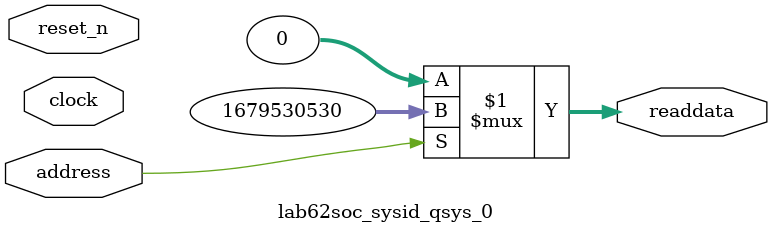
<source format=v>



// synthesis translate_off
`timescale 1ns / 1ps
// synthesis translate_on

// turn off superfluous verilog processor warnings 
// altera message_level Level1 
// altera message_off 10034 10035 10036 10037 10230 10240 10030 

module lab62soc_sysid_qsys_0 (
               // inputs:
                address,
                clock,
                reset_n,

               // outputs:
                readdata
             )
;

  output  [ 31: 0] readdata;
  input            address;
  input            clock;
  input            reset_n;

  wire    [ 31: 0] readdata;
  //control_slave, which is an e_avalon_slave
  assign readdata = address ? 1679530530 : 0;

endmodule



</source>
